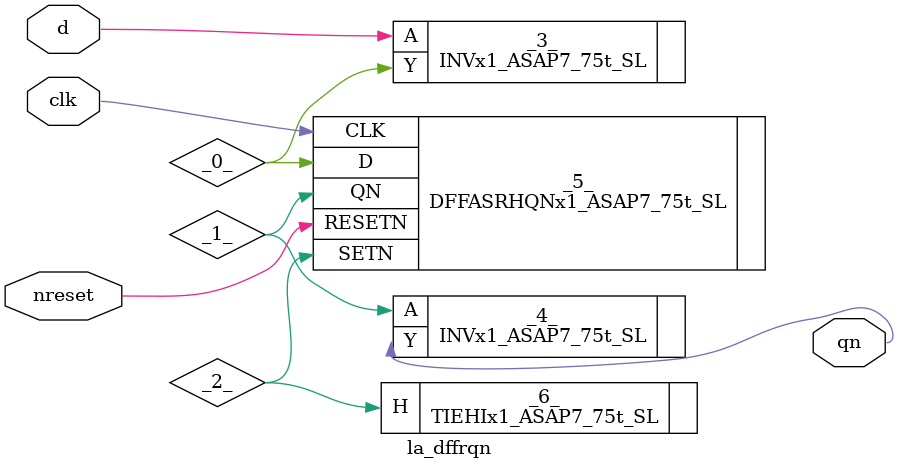
<source format=v>

/* Generated by Yosys 0.40 (git sha1 a1bb0255d, g++ 11.4.0-1ubuntu1~22.04 -fPIC -Os) */

module la_dffrqn(d, clk, nreset, qn);
  wire _0_;
  wire _1_;
  wire _2_;
  input clk;
  wire clk;
  input d;
  wire d;
  input nreset;
  wire nreset;
  output qn;
  wire qn;
  INVx1_ASAP7_75t_SL _3_ (
    .A(d),
    .Y(_0_)
  );
  INVx1_ASAP7_75t_SL _4_ (
    .A(_1_),
    .Y(qn)
  );
  DFFASRHQNx1_ASAP7_75t_SL _5_ (
    .CLK(clk),
    .D(_0_),
    .QN(_1_),
    .RESETN(nreset),
    .SETN(_2_)
  );
  TIEHIx1_ASAP7_75t_SL _6_ (
    .H(_2_)
  );
endmodule

</source>
